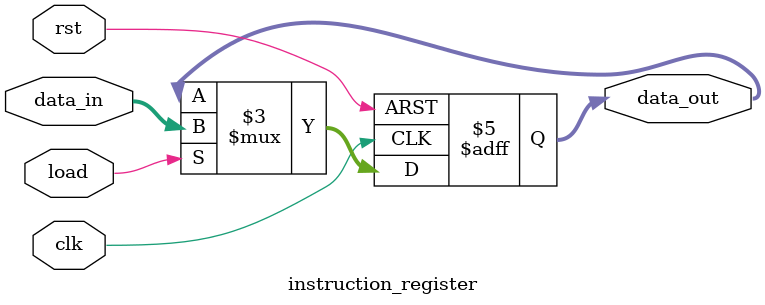
<source format=v>
module instruction_register(data_out,data_in,load,clk,rst);
parameter word_size=16;
output [word_size-1:0] data_out;
input [word_size-1:0] data_in;
input load,clk,rst;
reg data_out;

always@(posedge clk or negedge rst)
if(rst==0)
data_out <= 0;
else if(load)
data_out <= data_in;
endmodule


</source>
